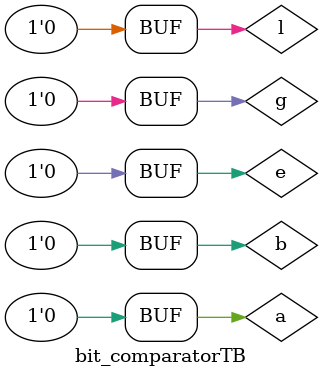
<source format=sv>
module bit_comparatorTB();
  logic a,b,l,e,g;
  wire L,E,G;
  bitcomparator2 tb(.a(a),.b(b),.l(l),.e(e),.g(g),.L(L),.G(G),.E(E));
  initial begin
    $monitor(a,b,l,e,g,L,E,G);
    a=0;b=0;l=0;e=1;g=0;#59
    e=0;#59
    g=1;#59
    g=0;#59
    l=1;#59
    l=0;#59
    a=1;#59
    a=0;b=1;#59
    b=0;
  end
endmodule

</source>
